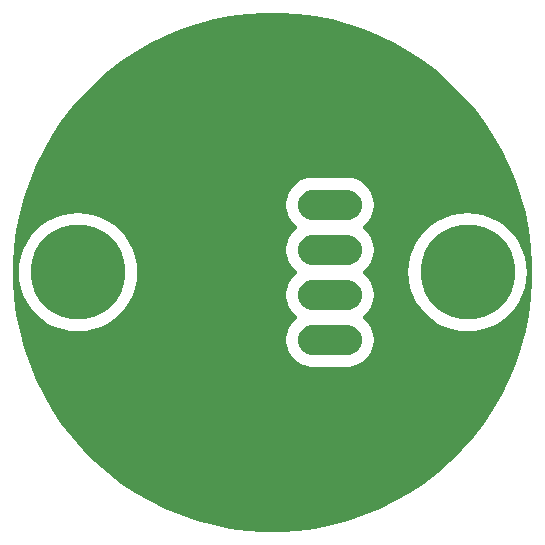
<source format=gbl>
G04*
G04 #@! TF.GenerationSoftware,Altium Limited,Altium Designer,20.1.8 (145)*
G04*
G04 Layer_Physical_Order=2*
G04 Layer_Color=16711680*
%FSTAX43Y43*%
%MOMM*%
G71*
G04*
G04 #@! TF.SameCoordinates,88960992-D08D-4769-B98E-263BF66CF6E9*
G04*
G04*
G04 #@! TF.FilePolarity,Positive*
G04*
G01*
G75*
%ADD13C,2.200*%
%ADD14C,8.000*%
G36*
X0097157Y0096897D02*
X0098584Y0096709D01*
X0099996Y0096428D01*
X0101387Y0096055D01*
X010275Y0095593D01*
X0104081Y0095042D01*
X0105372Y0094405D01*
X0106619Y0093685D01*
X0107816Y0092885D01*
X0108958Y0092008D01*
X0110041Y0091059D01*
X0111059Y0090041D01*
X0112008Y0088958D01*
X0112885Y0087816D01*
X0113685Y0086619D01*
X0114405Y0085372D01*
X0115042Y0084081D01*
X0115593Y008275D01*
X0116055Y0081387D01*
X0116428Y0079996D01*
X0116709Y0078584D01*
X0116897Y0077157D01*
X0116991Y007572D01*
Y0075D01*
Y007428D01*
X0116897Y0072843D01*
X0116709Y0071416D01*
X0116428Y0070004D01*
X0116055Y0068613D01*
X0115593Y0067249D01*
X0115042Y0065919D01*
X0114405Y0064628D01*
X0113685Y0063381D01*
X0112885Y0062184D01*
X0112008Y0061042D01*
X0111059Y0059959D01*
X0110041Y0058941D01*
X0108958Y0057992D01*
X0107816Y0057115D01*
X0106619Y0056315D01*
X0105372Y0055595D01*
X0104081Y0054958D01*
X010275Y0054407D01*
X0101387Y0053945D01*
X0099996Y0053572D01*
X0098584Y0053291D01*
X0097157Y0053103D01*
X009572Y0053009D01*
X009428D01*
X0092843Y0053103D01*
X0091416Y0053291D01*
X0090004Y0053572D01*
X0088613Y0053945D01*
X008725Y0054407D01*
X0085919Y0054958D01*
X0084628Y0055595D01*
X0083381Y0056315D01*
X0082184Y0057115D01*
X0081042Y0057992D01*
X0079959Y0058941D01*
X0078941Y0059959D01*
X0077992Y0061042D01*
X0077115Y0062184D01*
X0076315Y0063381D01*
X0075595Y0064628D01*
X0074958Y0065919D01*
X0074407Y0067249D01*
X0073945Y0068613D01*
X0073572Y0070004D01*
X0073291Y0071416D01*
X0073103Y0072843D01*
X0073009Y007428D01*
Y0075D01*
Y007572D01*
X0073103Y0077157D01*
X0073291Y0078584D01*
X0073572Y0079996D01*
X0073945Y0081387D01*
X0074407Y008275D01*
X0074958Y0084081D01*
X0075595Y0085372D01*
X0076315Y0086619D01*
X0077115Y0087816D01*
X0077992Y0088958D01*
X0078941Y0090041D01*
X0079959Y0091059D01*
X0081042Y0092008D01*
X0082184Y0092885D01*
X0083381Y0093685D01*
X0084628Y0094405D01*
X0085919Y0095042D01*
X008725Y0095593D01*
X0088613Y0096055D01*
X0090004Y0096428D01*
X0091416Y0096709D01*
X0092843Y0096897D01*
X009428Y0096991D01*
X009572D01*
X0097157Y0096897D01*
D02*
G37*
%LPC*%
G36*
X01115Y0080011D02*
X0110846Y0079968D01*
X0110203Y007984D01*
X0109582Y0079629D01*
X0108995Y0079339D01*
X010845Y0078975D01*
X0107957Y0078543D01*
X0107525Y007805D01*
X0107161Y0077505D01*
X0106871Y0076918D01*
X010666Y0076297D01*
X0106532Y0075654D01*
X0106489Y0075D01*
X0106532Y0074346D01*
X010666Y0073703D01*
X0106871Y0073082D01*
X0107161Y0072495D01*
X0107525Y007195D01*
X0107957Y0071457D01*
X010845Y0071025D01*
X0108995Y0070661D01*
X0109582Y0070371D01*
X0110203Y007016D01*
X0110846Y0070032D01*
X01115Y0069989D01*
X0112154Y0070032D01*
X0112797Y007016D01*
X0113418Y0070371D01*
X0114005Y0070661D01*
X011455Y0071025D01*
X0115043Y0071457D01*
X0115475Y007195D01*
X0115839Y0072495D01*
X0116129Y0073082D01*
X011634Y0073703D01*
X0116468Y0074346D01*
X0116511Y0075D01*
X0116468Y0075654D01*
X011634Y0076297D01*
X0116129Y0076918D01*
X0115839Y0077505D01*
X0115475Y007805D01*
X0115043Y0078543D01*
X011455Y0078975D01*
X0114005Y0079339D01*
X0113418Y0079629D01*
X0112797Y007984D01*
X0112154Y0079968D01*
X01115Y0080011D01*
D02*
G37*
G36*
X00785D02*
X0077846Y0079968D01*
X0077203Y007984D01*
X0076582Y0079629D01*
X0075995Y0079339D01*
X007545Y0078975D01*
X0074957Y0078543D01*
X0074525Y007805D01*
X0074161Y0077505D01*
X0073871Y0076918D01*
X007366Y0076297D01*
X0073532Y0075654D01*
X0073489Y0075D01*
X0073532Y0074346D01*
X007366Y0073703D01*
X0073871Y0073082D01*
X0074161Y0072495D01*
X0074525Y007195D01*
X0074957Y0071457D01*
X007545Y0071025D01*
X0075995Y0070661D01*
X0076582Y0070371D01*
X0077203Y007016D01*
X0077846Y0070032D01*
X00785Y0069989D01*
X0079154Y0070032D01*
X0079797Y007016D01*
X0080418Y0070371D01*
X0081005Y0070661D01*
X008155Y0071025D01*
X0082043Y0071457D01*
X0082475Y007195D01*
X0082839Y0072495D01*
X0083129Y0073082D01*
X008334Y0073703D01*
X0083468Y0074346D01*
X0083511Y0075D01*
X0083468Y0075654D01*
X008334Y0076297D01*
X0083129Y0076918D01*
X0082839Y0077505D01*
X0082475Y007805D01*
X0082043Y0078543D01*
X008155Y0078975D01*
X0081005Y0079339D01*
X0080418Y0079629D01*
X0079797Y007984D01*
X0079154Y0079968D01*
X00785Y0080011D01*
D02*
G37*
G36*
X0101423Y0082998D02*
X0098257D01*
X0097996Y0082964D01*
X0097672Y0082877D01*
X0097428Y0082776D01*
X0097138Y0082609D01*
X0096929Y0082448D01*
X0096691Y0082211D01*
X0096531Y0082002D01*
X0096363Y0081711D01*
X0096363Y0081711D01*
X0096263Y0081468D01*
X0096176Y0081144D01*
X0096141Y0080883D01*
Y0080547D01*
X0096176Y0080286D01*
X0096263Y0079962D01*
X0096363Y0079719D01*
X0096531Y0079428D01*
X0096691Y0079219D01*
X0096929Y0078982D01*
X0097048Y007889D01*
Y007873D01*
X0096929Y0078638D01*
X0096691Y0078401D01*
X0096531Y0078192D01*
X0096363Y0077901D01*
X0096363Y0077901D01*
X0096263Y0077658D01*
X0096176Y0077334D01*
X0096141Y0077073D01*
Y0076737D01*
X0096176Y0076476D01*
X0096263Y0076152D01*
X0096363Y0075909D01*
X0096531Y0075618D01*
X0096691Y0075409D01*
X0096929Y0075172D01*
X0097048Y007508D01*
Y007492D01*
X0096929Y0074828D01*
X0096691Y0074591D01*
X0096531Y0074382D01*
X0096363Y0074091D01*
X0096363Y0074091D01*
X0096263Y0073848D01*
X0096176Y0073524D01*
X0096141Y0073263D01*
Y0072927D01*
X0096176Y0072666D01*
X0096263Y0072342D01*
X0096363Y0072099D01*
X0096531Y0071808D01*
X0096691Y0071599D01*
X0096929Y0071362D01*
X0097048Y007127D01*
Y007111D01*
X0096929Y0071018D01*
X0096691Y0070781D01*
X0096531Y0070572D01*
X0096363Y0070281D01*
X0096363Y0070281D01*
X0096263Y0070038D01*
X0096176Y0069714D01*
X0096141Y0069453D01*
Y0069117D01*
X0096176Y0068856D01*
X0096263Y0068532D01*
X0096363Y0068289D01*
X0096531Y0067998D01*
X0096691Y0067789D01*
X0096929Y0067552D01*
X0097138Y0067391D01*
X0097428Y0067224D01*
X0097428Y0067224D01*
X0097672Y0067123D01*
X0097996Y0067036D01*
X0098257Y0067002D01*
X0101423D01*
X0101684Y0067036D01*
X0102008Y0067123D01*
X0102251Y0067224D01*
X0102542Y0067391D01*
X0102751Y0067552D01*
X0102988Y0067789D01*
X0103148Y0067998D01*
X0103316Y0068289D01*
X0103417Y0068532D01*
X0103504Y0068856D01*
X0103538Y0069117D01*
Y0069453D01*
X0103504Y0069714D01*
X0103417Y0070038D01*
X0103316Y0070281D01*
X0103148Y0070572D01*
X0102988Y0070781D01*
X0102751Y0071018D01*
X0102631Y007111D01*
Y007127D01*
X0102751Y0071362D01*
X0102988Y0071599D01*
X0103148Y0071808D01*
X0103316Y0072099D01*
X0103417Y0072342D01*
X0103504Y0072666D01*
X0103538Y0072927D01*
Y0073263D01*
X0103504Y0073524D01*
X0103417Y0073848D01*
X0103316Y0074091D01*
X0103148Y0074382D01*
X0102988Y0074591D01*
X0102751Y0074828D01*
X0102631Y007492D01*
Y007508D01*
X0102751Y0075172D01*
X0102988Y0075409D01*
X0103148Y0075618D01*
X0103316Y0075909D01*
X0103417Y0076152D01*
X0103504Y0076476D01*
X0103538Y0076737D01*
Y0077073D01*
X0103504Y0077334D01*
X0103417Y0077658D01*
X0103316Y0077901D01*
X0103148Y0078192D01*
X0102988Y0078401D01*
X0102751Y0078638D01*
X0102631Y007873D01*
Y007889D01*
X0102751Y0078982D01*
X0102988Y0079219D01*
X0103148Y0079428D01*
X0103316Y0079719D01*
X0103417Y0079962D01*
X0103504Y0080286D01*
X0103538Y0080547D01*
Y0080883D01*
X0103504Y0081144D01*
X0103417Y0081468D01*
X0103316Y0081711D01*
X0103148Y0082002D01*
X0102988Y0082211D01*
X0102751Y0082448D01*
X0102542Y0082609D01*
X0102251Y0082776D01*
X0102008Y0082877D01*
X0101684Y0082964D01*
X0101423Y0082998D01*
D02*
G37*
%LPD*%
G36*
X0101747Y0081903D02*
X0102037Y0081735D01*
X0102275Y0081498D01*
X0102443Y0081207D01*
X0102529Y0080883D01*
Y0080547D01*
X0102443Y0080223D01*
X0102275Y0079932D01*
X0102037Y0079695D01*
X0101747Y0079527D01*
X0101423Y007944D01*
X0098257D01*
X0097933Y0079527D01*
X0097642Y0079695D01*
X0097405Y0079932D01*
X0097237Y0080223D01*
X009715Y0080547D01*
Y0080883D01*
X0097237Y0081207D01*
X0097405Y0081498D01*
X0097642Y0081735D01*
X0097933Y0081903D01*
X0098257Y008199D01*
X0101423D01*
X0101747Y0081903D01*
D02*
G37*
G36*
Y0078093D02*
X0102037Y0077925D01*
X0102275Y0077688D01*
X0102443Y0077397D01*
X0102529Y0077073D01*
Y0076737D01*
X0102443Y0076413D01*
X0102275Y0076122D01*
X0102037Y0075885D01*
X0101747Y0075717D01*
X0101423Y007563D01*
X0098257D01*
X0097933Y0075717D01*
X0097642Y0075885D01*
X0097405Y0076122D01*
X0097237Y0076413D01*
X009715Y0076737D01*
Y0077073D01*
X0097237Y0077397D01*
X0097405Y0077688D01*
X0097642Y0077925D01*
X0097933Y0078093D01*
X0098257Y007818D01*
X0101423D01*
X0101747Y0078093D01*
D02*
G37*
G36*
Y0074283D02*
X0102037Y0074115D01*
X0102275Y0073878D01*
X0102443Y0073587D01*
X0102529Y0073263D01*
Y0072927D01*
X0102443Y0072603D01*
X0102275Y0072312D01*
X0102037Y0072075D01*
X0101747Y0071907D01*
X0101423Y007182D01*
X0098257D01*
X0097933Y0071907D01*
X0097642Y0072075D01*
X0097405Y0072312D01*
X0097237Y0072603D01*
X009715Y0072927D01*
Y0073263D01*
X0097237Y0073587D01*
X0097405Y0073878D01*
X0097642Y0074115D01*
X0097933Y0074283D01*
X0098257Y007437D01*
X0101423D01*
X0101747Y0074283D01*
D02*
G37*
G36*
Y0070473D02*
X0102037Y0070305D01*
X0102275Y0070068D01*
X0102443Y0069777D01*
X0102529Y0069453D01*
Y0069117D01*
X0102443Y0068793D01*
X0102275Y0068502D01*
X0102037Y0068265D01*
X0101747Y0068097D01*
X0101423Y006801D01*
X0098257D01*
X0097933Y0068097D01*
X0097642Y0068265D01*
X0097405Y0068502D01*
X0097237Y0068793D01*
X009715Y0069117D01*
Y0069453D01*
X0097237Y0069777D01*
X0097405Y0070068D01*
X0097642Y0070305D01*
X0097933Y0070473D01*
X0098257Y007056D01*
X0101423D01*
X0101747Y0070473D01*
D02*
G37*
D13*
X00984Y0080715D02*
D03*
Y0076905D02*
D03*
Y0073095D02*
D03*
Y0069285D02*
D03*
D14*
X01115Y0075D02*
D03*
X00785D02*
D03*
M02*

</source>
